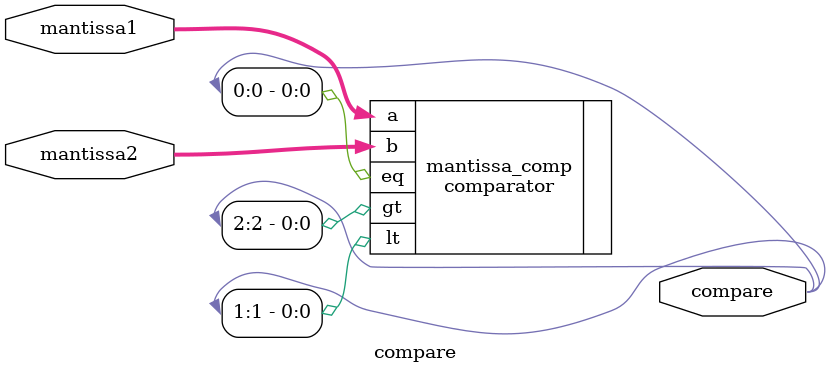
<source format=sv>

module compare #(
   NUM_BITS = 23
   )
  (
   input wire [NUM_BITS - 1 : 0] mantissa1,
   input wire [NUM_BITS - 1 : 0] mantissa2,
   output logic [2:0] compare
   );
   
   comparator mantissa_comp (.a(mantissa1), .b(mantissa2), .eq(compare[0]), .lt(compare[1]), .gt(compare[2]));
   
 endmodule  
   
   
   
   
   
   
   
    
    
</source>
